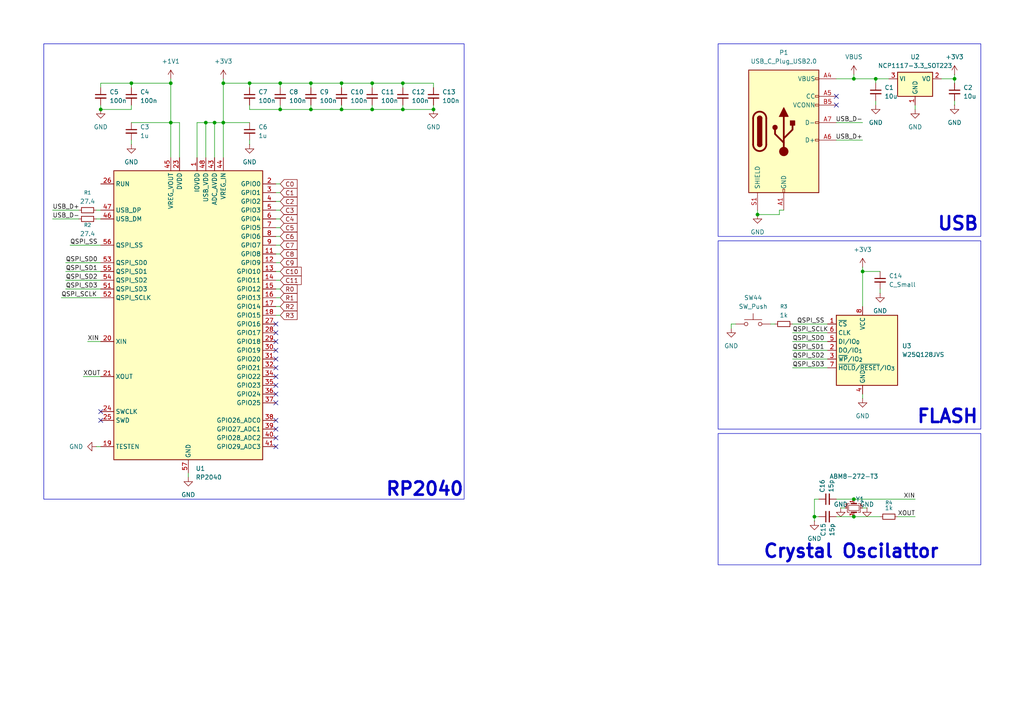
<source format=kicad_sch>
(kicad_sch (version 20250114) (generator "eeschema") (generator_version "9.0")
  (paper "A4")
  (lib_symbols
    (symbol "Connector:USB_C_Plug_USB2.0" (pin_names (offset 1.016))
      (property "Reference" "P" (at -10.16 19.05 0))
      (property "Value" "USB_C_Plug_USB2.0" (at 12.7 19.05 0))
      (symbol "USB_C_Plug_USB2.0_0_0"
        (rectangle (start -0.254 -17.78) (end 0.254 -16.764))
        (rectangle (start 10.16 15.494) (end 9.144 14.986))
        (rectangle (start 10.16 10.414) (end 9.144 9.906))
        (rectangle (start 10.16 7.874) (end 9.144 7.366))
        (rectangle (start 10.16 2.794) (end 9.144 2.286))
        (rectangle (start 10.16 -2.286) (end 9.144 -2.794))
      )
      (symbol "USB_C_Plug_USB2.0_0_1"
        (rectangle (start -10.16 17.78) (end 10.16 -17.78) (stroke (width 0.254)) (fill (type background)))
        (polyline (pts (xy -8.89 -3.81) (xy -8.89 3.81)) (stroke (width 0.508)))
        (rectangle (start -7.62 -3.81) (end -6.35 3.81) (stroke (width 0.254)) (fill (type outline)))
        (arc (start -7.62 3.81) (mid -6.985 4.4423) (end -6.35 3.81) (stroke (width 0.254)))
        (arc (start -7.62 3.81) (mid -6.985 4.4423) (end -6.35 3.81) (stroke (width 0.254)) (fill (type outline)))
        (arc (start -8.89 3.81) (mid -6.985 5.7067) (end -5.08 3.81) (stroke (width 0.508)))
        (arc (start -5.08 -3.81) (mid -6.985 -5.7067) (end -8.89 -3.81) (stroke (width 0.508)))
        (arc (start -6.35 -3.81) (mid -6.985 -4.4423) (end -7.62 -3.81) (stroke (width 0.254)))
        (arc (start -6.35 -3.81) (mid -6.985 -4.4423) (end -7.62 -3.81) (stroke (width 0.254)) (fill (type outline)))
        (polyline (pts (xy -5.08 3.81) (xy -5.08 -3.81)) (stroke (width 0.508)))
        (circle (center -2.54 1.143) (radius 0.635) (stroke (width 0.254)) (fill (type outline)))
        (polyline (pts (xy -1.27 4.318) (xy 0 6.858) (xy 1.27 4.318) (xy -1.27 4.318)) (stroke (width 0.254)) (fill (type outline)))
        (polyline (pts (xy 0 -2.032) (xy 2.54 0.508) (xy 2.54 1.778)) (stroke (width 0.508)))
        (polyline (pts (xy 0 -3.302) (xy -2.54 -0.762) (xy -2.54 0.508)) (stroke (width 0.508)))
        (polyline (pts (xy 0 -5.842) (xy 0 4.318)) (stroke (width 0.508)))
        (circle (center 0 -5.842) (radius 1.27) (fill (type outline)))
        (rectangle (start 1.905 1.778) (end 3.175 3.048) (stroke (width 0.254)) (fill (type outline)))
      )
      (symbol "USB_C_Plug_USB2.0_1_1"
        (pin passive line (at -7.62 -22.86 90) (length 5.08) (name "SHIELD") (number "S1"))
        (pin passive line (at 0 -22.86 90) (length 5.08) (name "GND") (number "A1"))
        (pin passive line (at 0 -22.86 90) (length 5.08) (hide yes) (name "GND") (number "A12"))
        (pin passive line (at 0 -22.86 90) (length 5.08) (hide yes) (name "GND") (number "B1"))
        (pin passive line (at 0 -22.86 90) (length 5.08) (hide yes) (name "GND") (number "B12"))
        (pin passive line (at 15.24 15.24 180) (length 5.08) (name "VBUS") (number "A4"))
        (pin passive line (at 15.24 15.24 180) (length 5.08) (hide yes) (name "VBUS") (number "A9"))
        (pin passive line (at 15.24 15.24 180) (length 5.08) (hide yes) (name "VBUS") (number "B4"))
        (pin passive line (at 15.24 15.24 180) (length 5.08) (hide yes) (name "VBUS") (number "B9"))
        (pin bidirectional line (at 15.24 10.16 180) (length 5.08) (name "CC") (number "A5"))
        (pin bidirectional line (at 15.24 7.62 180) (length 5.08) (name "VCONN") (number "B5"))
        (pin bidirectional line (at 15.24 2.54 180) (length 5.08) (name "D-") (number "A7"))
        (pin bidirectional line (at 15.24 -2.54 180) (length 5.08) (name "D+") (number "A6"))
      )
    )
    (symbol "Device:C_Small" (pin_numbers (hide yes)) (pin_names (offset 0.254) (hide yes))
      (property "Reference" "C" (at 0.254 1.778 0))
      (property "Value" "C_Small" (at 0.254 -2.032 0))
      (symbol "C_Small_0_1"
        (polyline (pts (xy -1.524 0.508) (xy 1.524 0.508)) (stroke (width 0.3048)))
        (polyline (pts (xy -1.524 -0.508) (xy 1.524 -0.508)) (stroke (width 0.3302)))
      )
      (symbol "C_Small_1_1"
        (pin passive line (at 0 2.54 270) (length 2.032) (name "~") (number "1"))
        (pin passive line (at 0 -2.54 90) (length 2.032) (name "~") (number "2"))
      )
    )
    (symbol "Device:Crystal_GND24_Small" (pin_names (offset 1.016) (hide yes))
      (property "Reference" "Y" (at 1.27 4.445 0))
      (property "Value" "Crystal_GND24_Small" (at 1.27 2.54 0))
      (symbol "Crystal_GND24_Small_0_1"
        (polyline (pts (xy -1.27 1.27) (xy -1.27 1.905) (xy 1.27 1.905) (xy 1.27 1.27)))
        (polyline (pts (xy -1.27 -0.762) (xy -1.27 0.762)) (stroke (width 0.381)))
        (polyline (pts (xy -1.27 -1.27) (xy -1.27 -1.905) (xy 1.27 -1.905) (xy 1.27 -1.27)))
        (rectangle (start -0.762 -1.524) (end 0.762 1.524))
        (polyline (pts (xy 1.27 -0.762) (xy 1.27 0.762)) (stroke (width 0.381)))
      )
      (symbol "Crystal_GND24_Small_1_1"
        (pin passive line (at -2.54 0 0) (length 1.27) (name "1") (number "1"))
        (pin passive line (at 0 2.54 270) (length 0.635) (name "4") (number "4"))
        (pin passive line (at 0 -2.54 90) (length 0.635) (name "2") (number "2"))
        (pin passive line (at 2.54 0 180) (length 1.27) (name "3") (number "3"))
      )
    )
    (symbol "Device:R_Small" (pin_numbers (hide yes)) (pin_names (offset 0.254) (hide yes))
      (property "Reference" "R" (at 0 0 90))
      (property "Value" "R_Small" (at 1.778 0 90))
      (symbol "R_Small_0_1"
        (rectangle (start -0.762 1.778) (end 0.762 -1.778) (stroke (width 0.2032)))
      )
      (symbol "R_Small_1_1"
        (pin passive line (at 0 2.54 270) (length 0.762) (name "~") (number "1"))
        (pin passive line (at 0 -2.54 90) (length 0.762) (name "~") (number "2"))
      )
    )
    (symbol "MCU_RaspberryPi:RP2040"
      (property "Reference" "U" (at 17.78 45.72 0))
      (property "Value" "RP2040" (at 17.78 43.18 0))
      (symbol "RP2040_0_1"
        (rectangle (start -21.59 41.91) (end 21.59 -41.91) (stroke (width 0.254)) (fill (type background)))
      )
      (symbol "RP2040_1_1"
        (pin input line (at -25.4 38.1 0) (length 3.81) (name "RUN") (number "26"))
        (pin bidirectional line (at -25.4 30.48 0) (length 3.81) (name "USB_DP") (number "47"))
        (pin bidirectional line (at -25.4 27.94 0) (length 3.81) (name "USB_DM") (number "46"))
        (pin bidirectional line (at -25.4 20.32 0) (length 3.81) (name "QSPI_SS") (number "56"))
        (pin bidirectional line (at -25.4 15.24 0) (length 3.81) (name "QSPI_SD0") (number "53"))
        (pin bidirectional line (at -25.4 12.7 0) (length 3.81) (name "QSPI_SD1") (number "55"))
        (pin bidirectional line (at -25.4 10.16 0) (length 3.81) (name "QSPI_SD2") (number "54"))
        (pin bidirectional line (at -25.4 7.62 0) (length 3.81) (name "QSPI_SD3") (number "51"))
        (pin output line (at -25.4 5.08 0) (length 3.81) (name "QSPI_SCLK") (number "52"))
        (pin input line (at -25.4 -7.62 0) (length 3.81) (name "XIN") (number "20"))
        (pin passive line (at -25.4 -17.78 0) (length 3.81) (name "XOUT") (number "21"))
        (pin input line (at -25.4 -27.94 0) (length 3.81) (name "SWCLK") (number "24"))
        (pin bidirectional line (at -25.4 -30.48 0) (length 3.81) (name "SWD") (number "25"))
        (pin input line (at -25.4 -38.1 0) (length 3.81) (name "TESTEN") (number "19"))
        (pin power_out line (at -5.08 45.72 270) (length 3.81) (name "VREG_VOUT") (number "45"))
        (pin power_in line (at -2.54 45.72 270) (length 3.81) (name "DVDD") (number "23"))
        (pin passive line (at -2.54 45.72 270) (length 3.81) (hide yes) (name "DVDD") (number "50"))
        (pin power_in line (at 0 -45.72 90) (length 3.81) (name "GND") (number "57"))
        (pin power_in line (at 2.54 45.72 270) (length 3.81) (name "IOVDD") (number "1"))
        (pin passive line (at 2.54 45.72 270) (length 3.81) (hide yes) (name "IOVDD") (number "10"))
        (pin passive line (at 2.54 45.72 270) (length 3.81) (hide yes) (name "IOVDD") (number "22"))
        (pin passive line (at 2.54 45.72 270) (length 3.81) (hide yes) (name "IOVDD") (number "33"))
        (pin passive line (at 2.54 45.72 270) (length 3.81) (hide yes) (name "IOVDD") (number "42"))
        (pin passive line (at 2.54 45.72 270) (length 3.81) (hide yes) (name "IOVDD") (number "49"))
        (pin power_in line (at 5.08 45.72 270) (length 3.81) (name "USB_VDD") (number "48"))
        (pin power_in line (at 7.62 45.72 270) (length 3.81) (name "ADC_AVDD") (number "43"))
        (pin power_in line (at 10.16 45.72 270) (length 3.81) (name "VREG_IN") (number "44"))
        (pin bidirectional line (at 25.4 38.1 180) (length 3.81) (name "GPIO0") (number "2"))
        (pin bidirectional line (at 25.4 35.56 180) (length 3.81) (name "GPIO1") (number "3"))
        (pin bidirectional line (at 25.4 33.02 180) (length 3.81) (name "GPIO2") (number "4"))
        (pin bidirectional line (at 25.4 30.48 180) (length 3.81) (name "GPIO3") (number "5"))
        (pin bidirectional line (at 25.4 27.94 180) (length 3.81) (name "GPIO4") (number "6"))
        (pin bidirectional line (at 25.4 25.4 180) (length 3.81) (name "GPIO5") (number "7"))
        (pin bidirectional line (at 25.4 22.86 180) (length 3.81) (name "GPIO6") (number "8"))
        (pin bidirectional line (at 25.4 20.32 180) (length 3.81) (name "GPIO7") (number "9"))
        (pin bidirectional line (at 25.4 17.78 180) (length 3.81) (name "GPIO8") (number "11"))
        (pin bidirectional line (at 25.4 15.24 180) (length 3.81) (name "GPIO9") (number "12"))
        (pin bidirectional line (at 25.4 12.7 180) (length 3.81) (name "GPIO10") (number "13"))
        (pin bidirectional line (at 25.4 10.16 180) (length 3.81) (name "GPIO11") (number "14"))
        (pin bidirectional line (at 25.4 7.62 180) (length 3.81) (name "GPIO12") (number "15"))
        (pin bidirectional line (at 25.4 5.08 180) (length 3.81) (name "GPIO13") (number "16"))
        (pin bidirectional line (at 25.4 2.54 180) (length 3.81) (name "GPIO14") (number "17"))
        (pin bidirectional line (at 25.4 0 180) (length 3.81) (name "GPIO15") (number "18"))
        (pin bidirectional line (at 25.4 -2.54 180) (length 3.81) (name "GPIO16") (number "27"))
        (pin bidirectional line (at 25.4 -5.08 180) (length 3.81) (name "GPIO17") (number "28"))
        (pin bidirectional line (at 25.4 -7.62 180) (length 3.81) (name "GPIO18") (number "29"))
        (pin bidirectional line (at 25.4 -10.16 180) (length 3.81) (name "GPIO19") (number "30"))
        (pin bidirectional line (at 25.4 -12.7 180) (length 3.81) (name "GPIO20") (number "31"))
        (pin bidirectional line (at 25.4 -15.24 180) (length 3.81) (name "GPIO21") (number "32"))
        (pin bidirectional line (at 25.4 -17.78 180) (length 3.81) (name "GPIO22") (number "34"))
        (pin bidirectional line (at 25.4 -20.32 180) (length 3.81) (name "GPIO23") (number "35"))
        (pin bidirectional line (at 25.4 -22.86 180) (length 3.81) (name "GPIO24") (number "36"))
        (pin bidirectional line (at 25.4 -25.4 180) (length 3.81) (name "GPIO25") (number "37"))
        (pin bidirectional line (at 25.4 -30.48 180) (length 3.81) (name "GPIO26_ADC0") (number "38"))
        (pin bidirectional line (at 25.4 -33.02 180) (length 3.81) (name "GPIO27_ADC1") (number "39"))
        (pin bidirectional line (at 25.4 -35.56 180) (length 3.81) (name "GPIO28_ADC2") (number "40"))
        (pin bidirectional line (at 25.4 -38.1 180) (length 3.81) (name "GPIO29_ADC3") (number "41"))
      )
    )
    (symbol "Memory_Flash:W25Q128JVS"
      (property "Reference" "U" (at -6.35 11.43 0))
      (property "Value" "W25Q128JVS" (at 7.62 11.43 0))
      (symbol "W25Q128JVS_0_1"
        (rectangle (start -7.62 10.16) (end 10.16 -10.16) (stroke (width 0.254)) (fill (type background)))
      )
      (symbol "W25Q128JVS_1_1"
        (pin input line (at -10.16 7.62 0) (length 2.54) (name "~{CS}") (number "1"))
        (pin input line (at -10.16 5.08 0) (length 2.54) (name "CLK") (number "6"))
        (pin bidirectional line (at -10.16 2.54 0) (length 2.54) (name "DI/IO_{0}") (number "5"))
        (pin bidirectional line (at -10.16 0 0) (length 2.54) (name "DO/IO_{1}") (number "2"))
        (pin bidirectional line (at -10.16 -2.54 0) (length 2.54) (name "~{WP}/IO_{2}") (number "3"))
        (pin bidirectional line (at -10.16 -5.08 0) (length 2.54) (name "~{HOLD}/~{RESET}/IO_{3}") (number "7"))
        (pin power_in line (at 0 12.7 270) (length 2.54) (name "VCC") (number "8"))
        (pin power_in line (at 0 -12.7 90) (length 2.54) (name "GND") (number "4"))
      )
    )
    (symbol "Regulator_Linear:NCP1117-3.3_SOT223"
      (property "Reference" "U" (at -3.81 3.175 0))
      (property "Value" "NCP1117-3.3_SOT223" (at 0 3.175 0))
      (symbol "NCP1117-3.3_SOT223_0_1"
        (rectangle (start -5.08 -5.08) (end 5.08 1.905) (stroke (width 0.254)) (fill (type background)))
      )
      (symbol "NCP1117-3.3_SOT223_1_1"
        (pin power_in line (at -7.62 0 0) (length 2.54) (name "VI") (number "3"))
        (pin power_in line (at 0 -7.62 90) (length 2.54) (name "GND") (number "1"))
        (pin power_out line (at 7.62 0 180) (length 2.54) (name "VO") (number "2"))
      )
    )
    (symbol "Switch:SW_Push" (pin_numbers (hide yes)) (pin_names (offset 1.016) (hide yes))
      (property "Reference" "SW" (at 1.27 2.54 0))
      (property "Value" "SW_Push" (at 0 -1.524 0))
      (symbol "SW_Push_0_1"
        (circle (center -2.032 0) (radius 0.508))
        (polyline (pts (xy 0 1.27) (xy 0 3.048)))
        (circle (center 2.032 0) (radius 0.508))
        (polyline (pts (xy 2.54 1.27) (xy -2.54 1.27)))
        (pin passive line (at -5.08 0 0) (length 2.54) (name "1") (number "1"))
        (pin passive line (at 5.08 0 180) (length 2.54) (name "2") (number "2"))
      )
    )
    (symbol "power:+1V1" (power) (pin_numbers (hide yes)) (pin_names (offset 0) (hide yes))
      (property "Value" "+1V1" (at 0 3.556 0))
      (symbol "+1V1_0_1"
        (polyline (pts (xy -0.762 1.27) (xy 0 2.54)))
        (polyline (pts (xy 0 2.54) (xy 0.762 1.27)))
        (polyline (pts (xy 0 0) (xy 0 2.54)))
      )
      (symbol "+1V1_1_1"
        (pin power_in line (at 0 0 90) (length 0) (name "~") (number "1"))
      )
    )
    (symbol "power:+3V3" (power) (pin_numbers (hide yes)) (pin_names (offset 0) (hide yes))
      (property "Value" "+3V3" (at 0 3.556 0))
      (symbol "+3V3_0_1"
        (polyline (pts (xy -0.762 1.27) (xy 0 2.54)))
        (polyline (pts (xy 0 2.54) (xy 0.762 1.27)))
        (polyline (pts (xy 0 0) (xy 0 2.54)))
      )
      (symbol "+3V3_1_1"
        (pin power_in line (at 0 0 90) (length 0) (name "~") (number "1"))
      )
    )
    (symbol "power:GND" (power) (pin_numbers (hide yes)) (pin_names (offset 0) (hide yes))
      (property "Value" "GND" (at 0 -3.81 0))
      (symbol "GND_0_1"
        (polyline (pts (xy 0 0) (xy 0 -1.27) (xy 1.27 -1.27) (xy 0 -2.54) (xy -1.27 -1.27) (xy 0 -1.27)))
      )
      (symbol "GND_1_1"
        (pin power_in line (at 0 0 270) (length 0) (name "~") (number "1"))
      )
    )
    (symbol "power:VBUS" (power) (pin_numbers (hide yes)) (pin_names (offset 0) (hide yes))
      (property "Value" "VBUS" (at 0 3.556 0))
      (symbol "VBUS_0_1"
        (polyline (pts (xy -0.762 1.27) (xy 0 2.54)))
        (polyline (pts (xy 0 2.54) (xy 0.762 1.27)))
        (polyline (pts (xy 0 0) (xy 0 2.54)))
      )
      (symbol "VBUS_1_1"
        (pin power_in line (at 0 0 90) (length 0) (name "~") (number "1"))
      )
    )
  )
  (rectangle (start 208.28 125.73) (end 284.48 163.83))
  (rectangle (start 12.7 12.7) (end 134.62 144.78))
  (rectangle (start 208.28 69.85) (end 284.48 124.46))
  (rectangle (start 208.28 12.7) (end 284.48 68.58))
  (text "USB\n" (at 277.876 65.024 0) (effects (font (size 3.81 3.81) (thickness 0.762) (bold yes))))
  (text "FLASH\n" (at 274.828 120.904 0) (effects (font (size 3.81 3.81) (thickness 0.762) (bold yes))))
  (text "RP2040" (at 123.19 141.986 0) (effects (font (size 3.81 3.81) (thickness 0.762) (bold yes))))
  (text "Crystal Oscilattor\n" (at 246.888 160.02 0) (effects (font (size 3.81 3.81) (thickness 0.762) (bold yes))))
  (junction (at 236.22 149.86))
  (junction (at 72.39 24.13))
  (junction (at 49.53 24.13))
  (junction (at 107.95 24.13))
  (junction (at 90.17 24.13))
  (junction (at 247.65 144.78))
  (junction (at 90.17 31.75))
  (junction (at 219.71 62.23))
  (junction (at 107.95 31.75))
  (junction (at 276.86 22.86))
  (junction (at 116.84 24.13))
  (junction (at 250.19 78.74))
  (junction (at 38.1 24.13))
  (junction (at 62.23 35.56))
  (junction (at 99.06 31.75))
  (junction (at 49.53 35.56))
  (junction (at 81.28 24.13))
  (junction (at 59.69 35.56))
  (junction (at 247.65 149.86))
  (junction (at 254 22.86))
  (junction (at 29.21 31.75))
  (junction (at 247.65 22.86))
  (junction (at 64.77 24.13))
  (junction (at 81.28 31.75))
  (junction (at 116.84 31.75))
  (junction (at 125.73 31.75))
  (junction (at 64.77 35.56))
  (junction (at 99.06 24.13))
  (no_connect (at 80.01 96.52))
  (no_connect (at 80.01 127))
  (no_connect (at 80.01 93.98))
  (no_connect (at 80.01 111.76))
  (no_connect (at 80.01 109.22))
  (no_connect (at 80.01 101.6))
  (no_connect (at 80.01 129.54))
  (no_connect (at 29.21 119.38))
  (no_connect (at 242.57 30.48))
  (no_connect (at 80.01 116.84))
  (no_connect (at 29.21 121.92))
  (no_connect (at 80.01 114.3))
  (no_connect (at 80.01 99.06))
  (no_connect (at 80.01 121.92))
  (no_connect (at 80.01 104.14))
  (no_connect (at 242.57 27.94))
  (no_connect (at 80.01 106.68))
  (no_connect (at 80.01 124.46))
  (wire (pts (xy 62.23 35.56) (xy 64.77 35.56)))
  (wire (pts (xy 276.86 29.21) (xy 276.86 30.48)))
  (wire (pts (xy 229.87 101.6) (xy 240.03 101.6)))
  (wire (pts (xy 81.28 66.04) (xy 80.01 66.04)))
  (wire (pts (xy 81.28 81.28) (xy 80.01 81.28)))
  (wire (pts (xy 265.43 30.48) (xy 265.43 31.75)))
  (wire (pts (xy 116.84 24.13) (xy 125.73 24.13)))
  (wire (pts (xy 27.94 129.54) (xy 29.21 129.54)))
  (wire (pts (xy 229.87 99.06) (xy 240.03 99.06)))
  (wire (pts (xy 107.95 31.75) (xy 116.84 31.75)))
  (wire (pts (xy 72.39 40.64) (xy 72.39 41.91)))
  (wire (pts (xy 250.19 35.56) (xy 242.57 35.56)))
  (wire (pts (xy 19.05 81.28) (xy 29.21 81.28)))
  (wire (pts (xy 226.06 60.96) (xy 226.06 62.23)))
  (wire (pts (xy 223.52 93.98) (xy 224.79 93.98)))
  (wire (pts (xy 29.21 24.13) (xy 38.1 24.13)))
  (wire (pts (xy 38.1 24.13) (xy 49.53 24.13)))
  (wire (pts (xy 247.65 22.86) (xy 247.65 21.59)))
  (wire (pts (xy 229.87 104.14) (xy 240.03 104.14)))
  (wire (pts (xy 116.84 30.48) (xy 116.84 31.75)))
  (wire (pts (xy 276.86 21.59) (xy 276.86 22.86)))
  (wire (pts (xy 49.53 22.86) (xy 49.53 24.13)))
  (wire (pts (xy 107.95 30.48) (xy 107.95 31.75)))
  (wire (pts (xy 260.35 149.86) (xy 265.43 149.86)))
  (wire (pts (xy 49.53 24.13) (xy 49.53 35.56)))
  (wire (pts (xy 81.28 31.75) (xy 90.17 31.75)))
  (wire (pts (xy 81.28 58.42) (xy 80.01 58.42)))
  (wire (pts (xy 81.28 76.2) (xy 80.01 76.2)))
  (wire (pts (xy 212.09 95.25) (xy 212.09 93.98)))
  (wire (pts (xy 15.24 63.5) (xy 22.86 63.5)))
  (wire (pts (xy 236.22 149.86) (xy 237.49 149.86)))
  (wire (pts (xy 247.65 144.78) (xy 265.43 144.78)))
  (wire (pts (xy 59.69 35.56) (xy 62.23 35.56)))
  (wire (pts (xy 81.28 24.13) (xy 90.17 24.13)))
  (wire (pts (xy 15.24 60.96) (xy 22.86 60.96)))
  (wire (pts (xy 57.15 35.56) (xy 59.69 35.56)))
  (wire (pts (xy 242.57 144.78) (xy 247.65 144.78)))
  (wire (pts (xy 27.94 63.5) (xy 29.21 63.5)))
  (wire (pts (xy 116.84 31.75) (xy 125.73 31.75)))
  (wire (pts (xy 116.84 25.4) (xy 116.84 24.13)))
  (wire (pts (xy 254 29.21) (xy 254 30.48)))
  (wire (pts (xy 81.28 88.9) (xy 80.01 88.9)))
  (wire (pts (xy 49.53 35.56) (xy 49.53 45.72)))
  (wire (pts (xy 38.1 40.64) (xy 38.1 41.91)))
  (wire (pts (xy 29.21 25.4) (xy 29.21 24.13)))
  (wire (pts (xy 81.28 24.13) (xy 81.28 25.4)))
  (wire (pts (xy 255.27 85.09) (xy 255.27 83.82)))
  (wire (pts (xy 250.19 78.74) (xy 250.19 88.9)))
  (wire (pts (xy 29.21 30.48) (xy 29.21 31.75)))
  (wire (pts (xy 250.19 77.47) (xy 250.19 78.74)))
  (wire (pts (xy 81.28 73.66) (xy 80.01 73.66)))
  (wire (pts (xy 81.28 91.44) (xy 80.01 91.44)))
  (wire (pts (xy 38.1 31.75) (xy 29.21 31.75)))
  (wire (pts (xy 107.95 24.13) (xy 116.84 24.13)))
  (wire (pts (xy 19.05 83.82) (xy 29.21 83.82)))
  (wire (pts (xy 72.39 25.4) (xy 72.39 24.13)))
  (wire (pts (xy 38.1 30.48) (xy 38.1 31.75)))
  (wire (pts (xy 90.17 24.13) (xy 90.17 25.4)))
  (wire (pts (xy 38.1 35.56) (xy 49.53 35.56)))
  (wire (pts (xy 81.28 60.96) (xy 80.01 60.96)))
  (wire (pts (xy 229.87 93.98) (xy 240.03 93.98)))
  (wire (pts (xy 19.05 78.74) (xy 29.21 78.74)))
  (wire (pts (xy 81.28 86.36) (xy 80.01 86.36)))
  (wire (pts (xy 212.09 93.98) (xy 213.36 93.98)))
  (wire (pts (xy 236.22 149.86) (xy 236.22 151.13)))
  (wire (pts (xy 81.28 71.12) (xy 80.01 71.12)))
  (wire (pts (xy 72.39 24.13) (xy 81.28 24.13)))
  (wire (pts (xy 276.86 22.86) (xy 276.86 24.13)))
  (wire (pts (xy 247.65 149.86) (xy 255.27 149.86)))
  (wire (pts (xy 242.57 149.86) (xy 247.65 149.86)))
  (wire (pts (xy 242.57 22.86) (xy 247.65 22.86)))
  (wire (pts (xy 237.49 144.78) (xy 236.22 144.78)))
  (wire (pts (xy 229.87 96.52) (xy 240.03 96.52)))
  (wire (pts (xy 250.19 114.3) (xy 250.19 115.57)))
  (wire (pts (xy 247.65 22.86) (xy 254 22.86)))
  (wire (pts (xy 229.87 106.68) (xy 240.03 106.68)))
  (wire (pts (xy 81.28 78.74) (xy 80.01 78.74)))
  (wire (pts (xy 81.28 53.34) (xy 80.01 53.34)))
  (wire (pts (xy 38.1 24.13) (xy 38.1 25.4)))
  (wire (pts (xy 99.06 24.13) (xy 107.95 24.13)))
  (wire (pts (xy 54.61 137.16) (xy 54.61 138.43)))
  (wire (pts (xy 24.13 109.22) (xy 29.21 109.22)))
  (wire (pts (xy 81.28 83.82) (xy 80.01 83.82)))
  (wire (pts (xy 99.06 30.48) (xy 99.06 31.75)))
  (wire (pts (xy 81.28 55.88) (xy 80.01 55.88)))
  (wire (pts (xy 62.23 35.56) (xy 62.23 45.72)))
  (wire (pts (xy 90.17 31.75) (xy 99.06 31.75)))
  (wire (pts (xy 72.39 31.75) (xy 81.28 31.75)))
  (wire (pts (xy 64.77 35.56) (xy 72.39 35.56)))
  (wire (pts (xy 81.28 68.58) (xy 80.01 68.58)))
  (wire (pts (xy 19.05 76.2) (xy 29.21 76.2)))
  (wire (pts (xy 49.53 35.56) (xy 52.07 35.56)))
  (wire (pts (xy 226.06 62.23) (xy 219.71 62.23)))
  (wire (pts (xy 125.73 30.48) (xy 125.73 31.75)))
  (wire (pts (xy 72.39 30.48) (xy 72.39 31.75)))
  (wire (pts (xy 250.19 78.74) (xy 255.27 78.74)))
  (wire (pts (xy 99.06 31.75) (xy 107.95 31.75)))
  (wire (pts (xy 236.22 144.78) (xy 236.22 149.86)))
  (wire (pts (xy 219.71 60.96) (xy 219.71 62.23)))
  (wire (pts (xy 90.17 24.13) (xy 99.06 24.13)))
  (wire (pts (xy 99.06 24.13) (xy 99.06 25.4)))
  (wire (pts (xy 250.19 40.64) (xy 242.57 40.64)))
  (wire (pts (xy 250.19 147.32) (xy 251.46 147.32)))
  (wire (pts (xy 59.69 35.56) (xy 59.69 45.72)))
  (wire (pts (xy 254 22.86) (xy 257.81 22.86)))
  (wire (pts (xy 90.17 30.48) (xy 90.17 31.75)))
  (wire (pts (xy 64.77 24.13) (xy 72.39 24.13)))
  (wire (pts (xy 64.77 35.56) (xy 64.77 45.72)))
  (wire (pts (xy 243.84 147.32) (xy 245.11 147.32)))
  (wire (pts (xy 81.28 31.75) (xy 81.28 30.48)))
  (wire (pts (xy 273.05 22.86) (xy 276.86 22.86)))
  (wire (pts (xy 226.06 60.96) (xy 227.33 60.96)))
  (wire (pts (xy 125.73 25.4) (xy 125.73 24.13)))
  (wire (pts (xy 64.77 24.13) (xy 64.77 35.56)))
  (wire (pts (xy 25.4 99.06) (xy 29.21 99.06)))
  (wire (pts (xy 57.15 45.72) (xy 57.15 35.56)))
  (wire (pts (xy 27.94 60.96) (xy 29.21 60.96)))
  (wire (pts (xy 20.32 71.12) (xy 29.21 71.12)))
  (wire (pts (xy 52.07 45.72) (xy 52.07 35.56)))
  (wire (pts (xy 64.77 22.86) (xy 64.77 24.13)))
  (wire (pts (xy 107.95 24.13) (xy 107.95 25.4)))
  (wire (pts (xy 81.28 63.5) (xy 80.01 63.5)))
  (wire (pts (xy 254 24.13) (xy 254 22.86)))
  (wire (pts (xy 17.78 86.36) (xy 29.21 86.36)))
  (label "QSPI_SCLK" (at 229.87 96.52 0))
  (label "USB_D+" (at 15.24 60.96 0))
  (label "QSPI_SS" (at 231.14 93.98 0))
  (label "XIN" (at 265.43 144.78 180))
  (label "QSPI_SD1" (at 229.87 101.6 0))
  (label "QSPI_SD0" (at 19.05 76.2 0))
  (label "QSPI_SD2" (at 19.05 81.28 0))
  (label "QSPI_SD2" (at 229.87 104.14 0))
  (label "QSPI_SD0" (at 229.87 99.06 0))
  (label "QSPI_SD1" (at 19.05 78.74 0))
  (label "USB_D-" (at 250.19 35.56 180))
  (label "USB_D-" (at 15.24 63.5 0))
  (label "XIN" (at 25.4 99.06 0))
  (label "QSPI_SCLK" (at 17.78 86.36 0))
  (label "USB_D+" (at 250.19 40.64 180))
  (label "QSPI_SD3" (at 229.87 106.68 0))
  (label "XOUT" (at 265.43 149.86 180))
  (label "QSPI_SD3" (at 19.05 83.82 0))
  (label "QSPI_SS" (at 20.32 71.12 0))
  (label "XOUT" (at 24.13 109.22 0))
  (global_label "R1" (shape input) (at 81.28 86.36 0) (property "Intersheetrefs" "${INTERSHEET_REFS}" (effects (hide yes))))
  (global_label "C5" (shape input) (at 81.28 66.04 0) (property "Intersheetrefs" "${INTERSHEET_REFS}" (effects (hide yes))))
  (global_label "C11" (shape input) (at 81.28 81.28 0) (property "Intersheetrefs" "${INTERSHEET_REFS}" (effects (hide yes))))
  (global_label "C6" (shape input) (at 81.28 68.58 0) (property "Intersheetrefs" "${INTERSHEET_REFS}" (effects (hide yes))))
  (global_label "R2" (shape input) (at 81.28 88.9 0) (property "Intersheetrefs" "${INTERSHEET_REFS}" (effects (hide yes))))
  (global_label "C0" (shape input) (at 81.28 53.34 0) (property "Intersheetrefs" "${INTERSHEET_REFS}" (effects (hide yes))))
  (global_label "R0" (shape input) (at 81.28 83.82 0) (property "Intersheetrefs" "${INTERSHEET_REFS}" (effects (hide yes))))
  (global_label "R3" (shape input) (at 81.28 91.44 0) (property "Intersheetrefs" "${INTERSHEET_REFS}" (effects (hide yes))))
  (global_label "C1" (shape input) (at 81.28 55.88 0) (property "Intersheetrefs" "${INTERSHEET_REFS}" (effects (hide yes))))
  (global_label "C4" (shape input) (at 81.28 63.5 0) (property "Intersheetrefs" "${INTERSHEET_REFS}" (effects (hide yes))))
  (global_label "C8" (shape input) (at 81.28 73.66 0) (property "Intersheetrefs" "${INTERSHEET_REFS}" (effects (hide yes))))
  (global_label "C9" (shape input) (at 81.28 76.2 0) (property "Intersheetrefs" "${INTERSHEET_REFS}" (effects (hide yes))))
  (global_label "C3" (shape input) (at 81.28 60.96 0) (property "Intersheetrefs" "${INTERSHEET_REFS}" (effects (hide yes))))
  (global_label "C10" (shape input) (at 81.28 78.74 0) (property "Intersheetrefs" "${INTERSHEET_REFS}" (effects (hide yes))))
  (global_label "C2" (shape input) (at 81.28 58.42 0) (property "Intersheetrefs" "${INTERSHEET_REFS}" (effects (hide yes))))
  (global_label "C7" (shape input) (at 81.28 71.12 0) (property "Intersheetrefs" "${INTERSHEET_REFS}" (effects (hide yes))))
  (symbol (lib_id "Connector:USB_C_Plug_USB2.0") (at 227.33 38.1 0) (unit 1)
    (property "Reference" "P1" (at 227.33 15.24 0))
    (property "Value" "USB_C_Plug_USB2.0" (at 227.33 17.78 0))
    (property "Footprint" "Connector_USB:USB_C_Receptacle_GCT_USB4125-xx-x-0190_6P_TopMnt_Horizontal" (effects (hide yes)))
    (property "Datasheet" "https://www.usb.org/sites/default/files/documents/usb_type-c.zip" (effects (hide yes)))
    (property "Description" "USB 2.0-only Type-C Plug connector" (effects (hide yes)))
  )
  (symbol (lib_id "Memory_Flash:W25Q128JVS") (at 250.19 101.6 0) (unit 1)
    (property "Reference" "U3" (at 261.62 100.3299 0) (effects (justify left)))
    (property "Value" "W25Q128JVS" (at 261.62 102.8699 0) (effects (justify left)))
    (property "Footprint" "Package_SO:SOIC-8_5.3x5.3mm_P1.27mm" (effects (hide yes)))
    (property "Datasheet" "https://www.winbond.com/resource-files/w25q128jv_dtr%20revc%2003272018%20plus.pdf" (effects (hide yes)))
    (property "Description" "128Mbit / 16MiB Serial Flash Memory, Standard/Dual/Quad SPI, 2.7-3.6V, SOIC-8" (effects (hide yes)))
  )
  (symbol (lib_id "Device:C_Small") (at 72.39 27.94 0) (unit 1)
    (property "Reference" "C7" (at 74.93 26.6762 0) (effects (justify left)))
    (property "Value" "100n" (at 74.93 29.2162 0) (effects (justify left)))
    (property "Footprint" "Capacitor_SMD:C_0402_1005Metric" (effects (hide yes)))
    (property "Description" "Unpolarized capacitor, small symbol" (effects (hide yes)))
  )
  (symbol (lib_id "Device:C_Small") (at 116.84 27.94 0) (unit 1)
    (property "Reference" "C12" (at 119.38 26.6762 0) (effects (justify left)))
    (property "Value" "100n" (at 119.38 29.2162 0) (effects (justify left)))
    (property "Footprint" "Capacitor_SMD:C_0402_1005Metric" (effects (hide yes)))
    (property "Description" "Unpolarized capacitor, small symbol" (effects (hide yes)))
  )
  (symbol (lib_id "Device:C_Small") (at 125.73 27.94 0) (unit 1)
    (property "Reference" "C13" (at 128.27 26.6762 0) (effects (justify left)))
    (property "Value" "100n" (at 128.27 29.2162 0) (effects (justify left)))
    (property "Footprint" "Capacitor_SMD:C_0402_1005Metric" (effects (hide yes)))
    (property "Description" "Unpolarized capacitor, small symbol" (effects (hide yes)))
  )
  (symbol (lib_id "power:GND") (at 72.39 41.91 0) (unit 1)
    (property "Reference" "#PWR012" (effects (hide yes)))
    (property "Value" "GND" (at 72.39 46.99 0))
    (property "Description" "Power symbol creates a global label with name \"GND\" , ground" (effects (hide yes)))
  )
  (symbol (lib_id "Device:C_Small") (at 81.28 27.94 0) (unit 1)
    (property "Reference" "C8" (at 83.82 26.6762 0) (effects (justify left)))
    (property "Value" "100n" (at 83.82 29.2162 0) (effects (justify left)))
    (property "Footprint" "Capacitor_SMD:C_0402_1005Metric" (effects (hide yes)))
    (property "Description" "Unpolarized capacitor, small symbol" (effects (hide yes)))
  )
  (symbol (lib_id "Device:C_Small") (at 72.39 38.1 0) (unit 1)
    (property "Reference" "C6" (at 74.93 36.8362 0) (effects (justify left)))
    (property "Value" "1u" (at 74.93 39.3762 0) (effects (justify left)))
    (property "Footprint" "Capacitor_SMD:C_0402_1005Metric" (effects (hide yes)))
    (property "Description" "Unpolarized capacitor, small symbol" (effects (hide yes)))
  )
  (symbol (lib_id "power:GND") (at 27.94 129.54 270) (unit 1)
    (property "Reference" "#PWR02" (effects (hide yes)))
    (property "Value" "GND" (at 24.13 129.5399 90) (effects (justify right)))
    (property "Description" "Power symbol creates a global label with name \"GND\" , ground" (effects (hide yes)))
  )
  (symbol (lib_id "power:GND") (at 243.84 147.32 0) (unit 1)
    (property "Reference" "#PWR020" (effects (hide yes)))
    (property "Value" "GND" (at 243.84 146.304 0))
    (property "Description" "Power symbol creates a global label with name \"GND\" , ground" (effects (hide yes)))
  )
  (symbol (lib_id "power:GND") (at 219.71 62.23 0) (unit 1)
    (property "Reference" "#PWR03" (effects (hide yes)))
    (property "Value" "GND" (at 219.71 67.31 0))
    (property "Description" "Power symbol creates a global label with name \"GND\" , ground" (effects (hide yes)))
  )
  (symbol (lib_id "power:GND") (at 265.43 31.75 0) (unit 1)
    (property "Reference" "#PWR06" (effects (hide yes)))
    (property "Value" "GND" (at 265.43 36.83 0))
    (property "Description" "Power symbol creates a global label with name \"GND\" , ground" (effects (hide yes)))
  )
  (symbol (lib_id "Device:R_Small") (at 227.33 93.98 90) (unit 1)
    (property "Reference" "R3" (at 227.33 88.9 90) (effects (font (size 1.016 1.016))))
    (property "Value" "1k" (at 227.33 91.44 90))
    (property "Footprint" "Resistor_SMD:R_0402_1005Metric" (effects (hide yes)))
    (property "Description" "Resistor, small symbol" (effects (hide yes)))
  )
  (symbol (lib_id "Device:C_Small") (at 38.1 27.94 0) (unit 1)
    (property "Reference" "C4" (at 40.64 26.6762 0) (effects (justify left)))
    (property "Value" "100n" (at 40.64 29.2162 0) (effects (justify left)))
    (property "Footprint" "Capacitor_SMD:C_0402_1005Metric" (effects (hide yes)))
    (property "Description" "Unpolarized capacitor, small symbol" (effects (hide yes)))
  )
  (symbol (lib_id "Device:C_Small") (at 240.03 149.86 90) (unit 1)
    (property "Reference" "C15" (at 238.76 153.67 0))
    (property "Value" "15p" (at 241.3 153.67 0))
    (property "Footprint" "Capacitor_SMD:C_0402_1005Metric" (effects (hide yes)))
    (property "Description" "Unpolarized capacitor, small symbol" (effects (hide yes)))
  )
  (symbol (lib_id "power:GND") (at 236.22 151.13 0) (unit 1)
    (property "Reference" "#PWR019" (effects (hide yes)))
    (property "Value" "GND" (at 236.22 156.21 0))
    (property "Description" "Power symbol creates a global label with name \"GND\" , ground" (effects (hide yes)))
  )
  (symbol (lib_id "power:+3V3") (at 276.86 21.59 0) (unit 1)
    (property "Reference" "#PWR08" (effects (hide yes)))
    (property "Value" "+3V3" (at 276.86 16.51 0))
    (property "Description" "Power symbol creates a global label with name \"+3V3\"" (effects (hide yes)))
  )
  (symbol (lib_id "Device:C_Small") (at 276.86 26.67 0) (unit 1)
    (property "Reference" "C2" (at 279.4 25.4062 0) (effects (justify left)))
    (property "Value" "10u" (at 279.4 27.9462 0) (effects (justify left)))
    (property "Footprint" "Capacitor_SMD:C_0402_1005Metric" (effects (hide yes)))
    (property "Description" "Unpolarized capacitor, small symbol" (effects (hide yes)))
  )
  (symbol (lib_id "Device:C_Small") (at 38.1 38.1 0) (unit 1)
    (property "Reference" "C3" (at 40.64 36.8362 0) (effects (justify left)))
    (property "Value" "1u" (at 40.64 39.3762 0) (effects (justify left)))
    (property "Footprint" "Capacitor_SMD:C_0402_1005Metric" (effects (hide yes)))
    (property "Description" "Unpolarized capacitor, small symbol" (effects (hide yes)))
  )
  (symbol (lib_id "power:GND") (at 212.09 95.25 0) (unit 1)
    (property "Reference" "#PWR018" (effects (hide yes)))
    (property "Value" "GND" (at 212.09 100.33 0))
    (property "Description" "Power symbol creates a global label with name \"GND\" , ground" (effects (hide yes)))
  )
  (symbol (lib_id "power:VBUS") (at 247.65 21.59 0) (unit 1)
    (property "Reference" "#PWR04" (effects (hide yes)))
    (property "Value" "VBUS" (at 247.65 16.51 0))
    (property "Description" "Power symbol creates a global label with name \"VBUS\"" (effects (hide yes)))
  )
  (symbol (lib_id "Device:C_Small") (at 99.06 27.94 0) (unit 1)
    (property "Reference" "C10" (at 101.6 26.6762 0) (effects (justify left)))
    (property "Value" "100n" (at 101.6 29.2162 0) (effects (justify left)))
    (property "Footprint" "Capacitor_SMD:C_0402_1005Metric" (effects (hide yes)))
    (property "Description" "Unpolarized capacitor, small symbol" (effects (hide yes)))
  )
  (symbol (lib_id "Device:R_Small") (at 25.4 63.5 270) (unit 1)
    (property "Reference" "R2" (at 25.4 65.278 90) (effects (font (size 1.016 1.016))))
    (property "Value" "27.4" (at 25.4 67.818 90))
    (property "Footprint" "Resistor_SMD:R_0402_1005Metric" (effects (hide yes)))
    (property "Description" "Resistor, small symbol" (effects (hide yes)))
  )
  (symbol (lib_id "power:+3V3") (at 250.19 77.47 0) (unit 1)
    (property "Reference" "#PWR017" (effects (hide yes)))
    (property "Value" "+3V3" (at 250.19 72.39 0))
    (property "Description" "Power symbol creates a global label with name \"+3V3\"" (effects (hide yes)))
  )
  (symbol (lib_id "power:GND") (at 38.1 41.91 0) (unit 1)
    (property "Reference" "#PWR09" (effects (hide yes)))
    (property "Value" "GND" (at 38.1 46.99 0))
    (property "Description" "Power symbol creates a global label with name \"GND\" , ground" (effects (hide yes)))
  )
  (symbol (lib_id "Device:C_Small") (at 240.03 144.78 90) (unit 1)
    (property "Reference" "C16" (at 238.506 140.97 0))
    (property "Value" "15p" (at 241.046 140.97 0))
    (property "Footprint" "Capacitor_SMD:C_0402_1005Metric" (effects (hide yes)))
    (property "Description" "Unpolarized capacitor, small symbol" (effects (hide yes)))
  )
  (symbol (lib_id "power:GND") (at 54.61 138.43 0) (unit 1)
    (property "Reference" "#PWR01" (effects (hide yes)))
    (property "Value" "GND" (at 54.61 143.51 0))
    (property "Description" "Power symbol creates a global label with name \"GND\" , ground" (effects (hide yes)))
  )
  (symbol (lib_id "Device:R_Small") (at 25.4 60.96 90) (unit 1)
    (property "Reference" "R1" (at 25.4 55.88 90) (effects (font (size 1.016 1.016))))
    (property "Value" "27.4" (at 25.4 58.42 90))
    (property "Footprint" "Resistor_SMD:R_0402_1005Metric" (effects (hide yes)))
    (property "Description" "Resistor, small symbol" (effects (hide yes)))
  )
  (symbol (lib_id "power:GND") (at 276.86 30.48 0) (unit 1)
    (property "Reference" "#PWR07" (effects (hide yes)))
    (property "Value" "GND" (at 276.86 35.56 0))
    (property "Description" "Power symbol creates a global label with name \"GND\" , ground" (effects (hide yes)))
  )
  (symbol (lib_id "power:GND") (at 254 30.48 0) (unit 1)
    (property "Reference" "#PWR05" (effects (hide yes)))
    (property "Value" "GND" (at 254 35.56 0))
    (property "Description" "Power symbol creates a global label with name \"GND\" , ground" (effects (hide yes)))
  )
  (symbol (lib_id "power:GND") (at 250.19 115.57 0) (unit 1)
    (property "Reference" "#PWR015" (effects (hide yes)))
    (property "Value" "GND" (at 250.19 120.65 0))
    (property "Description" "Power symbol creates a global label with name \"GND\" , ground" (effects (hide yes)))
  )
  (symbol (lib_id "power:GND") (at 255.27 85.09 0) (unit 1)
    (property "Reference" "#PWR016" (effects (hide yes)))
    (property "Value" "GND" (at 255.27 90.17 0))
    (property "Description" "Power symbol creates a global label with name \"GND\" , ground" (effects (hide yes)))
  )
  (symbol (lib_id "Device:Crystal_GND24_Small") (at 247.65 147.32 270) (unit 1)
    (property "Reference" "Y1" (at 249.428 144.78 90))
    (property "Value" "ABM8-272-T3" (at 247.65 138.176 90))
    (property "Footprint" "Crystal:Crystal_SMD_Abracon_ABM8AIG-4Pin_3.2x2.5mm" (effects (hide yes)))
    (property "Description" "Four pin crystal, GND on pins 2 and 4, small symbol" (effects (hide yes)))
  )
  (symbol (lib_id "MCU_RaspberryPi:RP2040") (at 54.61 91.44 0) (unit 1)
    (property "Reference" "U1" (at 56.7533 135.89 0) (effects (justify left)))
    (property "Value" "RP2040" (at 56.7533 138.43 0) (effects (justify left)))
    (property "Footprint" "Package_DFN_QFN:QFN-56-1EP_7x7mm_P0.4mm_EP3.2x3.2mm" (effects (hide yes)))
    (property "Datasheet" "https://datasheets.raspberrypi.com/rp2040/rp2040-datasheet.pdf" (effects (hide yes)))
    (property "Description" "A microcontroller by Raspberry Pi" (effects (hide yes)))
  )
  (symbol (lib_id "Device:R_Small") (at 257.81 149.86 90) (unit 1)
    (property "Reference" "R4" (at 257.81 145.796 90) (effects (font (size 1.016 1.016))))
    (property "Value" "1k" (at 257.81 147.32 90))
    (property "Footprint" "Resistor_SMD:R_0402_1005Metric" (effects (hide yes)))
    (property "Description" "Resistor, small symbol" (effects (hide yes)))
  )
  (symbol (lib_id "power:GND") (at 29.21 31.75 0) (unit 1)
    (property "Reference" "#PWR010" (effects (hide yes)))
    (property "Value" "GND" (at 29.21 36.83 0))
    (property "Description" "Power symbol creates a global label with name \"GND\" , ground" (effects (hide yes)))
  )
  (symbol (lib_id "Device:C_Small") (at 107.95 27.94 0) (unit 1)
    (property "Reference" "C11" (at 110.49 26.6762 0) (effects (justify left)))
    (property "Value" "100n" (at 110.49 29.2162 0) (effects (justify left)))
    (property "Footprint" "Capacitor_SMD:C_0402_1005Metric" (effects (hide yes)))
    (property "Description" "Unpolarized capacitor, small symbol" (effects (hide yes)))
  )
  (symbol (lib_id "Regulator_Linear:NCP1117-3.3_SOT223") (at 265.43 22.86 0) (unit 1)
    (property "Reference" "U2" (at 265.43 16.51 0))
    (property "Value" "NCP1117-3.3_SOT223" (at 265.43 19.05 0))
    (property "Footprint" "Package_TO_SOT_SMD:SOT-223-3_TabPin2" (effects (hide yes)))
    (property "Datasheet" "http://www.onsemi.com/pub_link/Collateral/NCP1117-D.PDF" (effects (hide yes)))
    (property "Description" "1A Low drop-out regulator, Fixed Output 3.3V, SOT-223" (effects (hide yes)))
  )
  (symbol (lib_id "Device:C_Small") (at 254 26.67 0) (unit 1)
    (property "Reference" "C1" (at 256.54 25.4062 0) (effects (justify left)))
    (property "Value" "10u" (at 256.54 27.9462 0) (effects (justify left)))
    (property "Footprint" "Capacitor_SMD:C_0402_1005Metric" (effects (hide yes)))
    (property "Description" "Unpolarized capacitor, small symbol" (effects (hide yes)))
  )
  (symbol (lib_id "Switch:SW_Push") (at 218.44 93.98 0) (unit 1)
    (property "Reference" "SW44" (at 218.44 86.36 0))
    (property "Value" "SW_Push" (at 218.44 88.9 0))
    (property "Footprint" "Button_Switch_SMD:SW_Push_1P1T_NO_CK_KMR2" (effects (hide yes)))
    (property "Description" "Push button switch, generic, two pins" (effects (hide yes)))
  )
  (symbol (lib_id "Device:C_Small") (at 90.17 27.94 0) (unit 1)
    (property "Reference" "C9" (at 92.71 26.6762 0) (effects (justify left)))
    (property "Value" "100n" (at 92.71 29.2162 0) (effects (justify left)))
    (property "Footprint" "Capacitor_SMD:C_0402_1005Metric" (effects (hide yes)))
    (property "Description" "Unpolarized capacitor, small symbol" (effects (hide yes)))
  )
  (symbol (lib_id "power:+1V1") (at 49.53 22.86 0) (unit 1)
    (property "Reference" "#PWR011" (effects (hide yes)))
    (property "Value" "+1V1" (at 49.53 17.78 0))
    (property "Description" "Power symbol creates a global label with name \"+1V1\"" (effects (hide yes)))
  )
  (symbol (lib_id "power:GND") (at 251.46 147.32 0) (unit 1)
    (property "Reference" "#PWR021" (effects (hide yes)))
    (property "Value" "GND" (at 251.46 146.304 0))
    (property "Description" "Power symbol creates a global label with name \"GND\" , ground" (effects (hide yes)))
  )
  (symbol (lib_id "Device:C_Small") (at 255.27 81.28 0) (unit 1)
    (property "Reference" "C14" (at 257.81 80.0162 0) (effects (justify left)))
    (property "Value" "C_Small" (at 257.81 82.5562 0) (effects (justify left)))
    (property "Footprint" "Capacitor_SMD:C_0402_1005Metric" (effects (hide yes)))
    (property "Description" "Unpolarized capacitor, small symbol" (effects (hide yes)))
  )
  (symbol (lib_id "power:GND") (at 125.73 31.75 0) (unit 1)
    (property "Reference" "#PWR013" (effects (hide yes)))
    (property "Value" "GND" (at 125.73 36.83 0))
    (property "Description" "Power symbol creates a global label with name \"GND\" , ground" (effects (hide yes)))
  )
  (symbol (lib_id "power:+3V3") (at 64.77 22.86 0) (unit 1)
    (property "Reference" "#PWR014" (effects (hide yes)))
    (property "Value" "+3V3" (at 64.77 17.78 0))
    (property "Description" "Power symbol creates a global label with name \"+3V3\"" (effects (hide yes)))
  )
  (symbol (lib_id "Device:C_Small") (at 29.21 27.94 0) (unit 1)
    (property "Reference" "C5" (at 31.75 26.6762 0) (effects (justify left)))
    (property "Value" "100n" (at 31.75 29.2162 0) (effects (justify left)))
    (property "Footprint" "Capacitor_SMD:C_0402_1005Metric" (effects (hide yes)))
    (property "Description" "Unpolarized capacitor, small symbol" (effects (hide yes)))
  )
)
</source>
